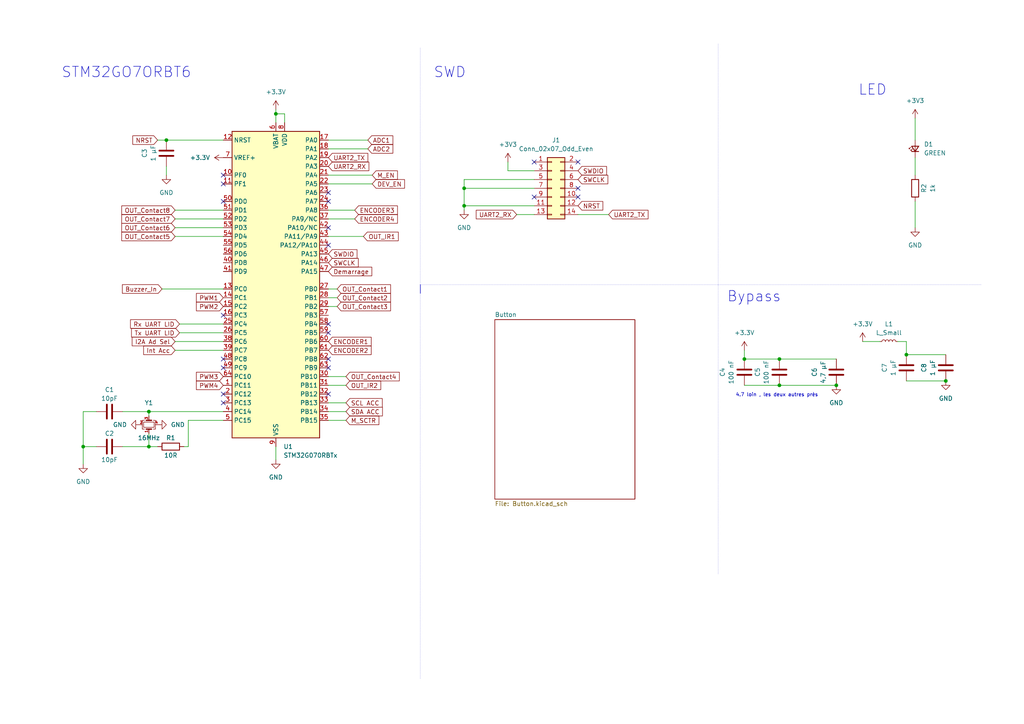
<source format=kicad_sch>
(kicad_sch (version 20230121) (generator eeschema)
  (paper "A4")
  (lib_symbols
    (symbol "+3.3V_1" (power) (pin_numbers hide) (pin_names (offset 0) hide)
      (property "Value" "+3.3V_1" (at 0 3.556 0))
      (symbol "+3.3V_1_0_1"
        (polyline (pts (xy -0.762 1.27) (xy 0 2.54)))
        (polyline (pts (xy 0 0) (xy 0 2.54)))
        (polyline (pts (xy 0 2.54) (xy 0.762 1.27)))
      )
      (symbol "+3.3V_1_1_1"
        (pin power_in line (at 0 0 90) (length 0) hide (name "+3V3") (number "1"))
      )
    )
    (symbol "Connector_Generic:Conn_02x07_Odd_Even" (pin_names (offset 1.016) hide)
      (property "Reference" "J" (at 1.27 10.16 0))
      (property "Value" "Conn_02x07_Odd_Even" (at 1.27 -10.16 0))
      (symbol "Conn_02x07_Odd_Even_1_1"
        (rectangle (start -1.27 -7.493) (end 0 -7.747) (stroke (width 0.1524)))
        (rectangle (start -1.27 -4.953) (end 0 -5.207) (stroke (width 0.1524)))
        (rectangle (start -1.27 -2.413) (end 0 -2.667) (stroke (width 0.1524)))
        (rectangle (start -1.27 0.127) (end 0 -0.127) (stroke (width 0.1524)))
        (rectangle (start -1.27 2.667) (end 0 2.413) (stroke (width 0.1524)))
        (rectangle (start -1.27 5.207) (end 0 4.953) (stroke (width 0.1524)))
        (rectangle (start -1.27 7.747) (end 0 7.493) (stroke (width 0.1524)))
        (rectangle (start -1.27 8.89) (end 3.81 -8.89) (stroke (width 0.254)) (fill (type background)))
        (rectangle (start 3.81 -7.493) (end 2.54 -7.747) (stroke (width 0.1524)))
        (rectangle (start 3.81 -4.953) (end 2.54 -5.207) (stroke (width 0.1524)))
        (rectangle (start 3.81 -2.413) (end 2.54 -2.667) (stroke (width 0.1524)))
        (rectangle (start 3.81 0.127) (end 2.54 -0.127) (stroke (width 0.1524)))
        (rectangle (start 3.81 2.667) (end 2.54 2.413) (stroke (width 0.1524)))
        (rectangle (start 3.81 5.207) (end 2.54 4.953) (stroke (width 0.1524)))
        (rectangle (start 3.81 7.747) (end 2.54 7.493) (stroke (width 0.1524)))
        (pin passive line (at -5.08 7.62 0) (length 3.81) (name "Pin_1") (number "1"))
        (pin passive line (at 7.62 -2.54 180) (length 3.81) (name "Pin_10") (number "10"))
        (pin passive line (at -5.08 -5.08 0) (length 3.81) (name "Pin_11") (number "11"))
        (pin passive line (at 7.62 -5.08 180) (length 3.81) (name "Pin_12") (number "12"))
        (pin passive line (at -5.08 -7.62 0) (length 3.81) (name "Pin_13") (number "13"))
        (pin passive line (at 7.62 -7.62 180) (length 3.81) (name "Pin_14") (number "14"))
        (pin passive line (at 7.62 7.62 180) (length 3.81) (name "Pin_2") (number "2"))
        (pin passive line (at -5.08 5.08 0) (length 3.81) (name "Pin_3") (number "3"))
        (pin passive line (at 7.62 5.08 180) (length 3.81) (name "Pin_4") (number "4"))
        (pin passive line (at -5.08 2.54 0) (length 3.81) (name "Pin_5") (number "5"))
        (pin passive line (at 7.62 2.54 180) (length 3.81) (name "Pin_6") (number "6"))
        (pin passive line (at -5.08 0 0) (length 3.81) (name "Pin_7") (number "7"))
        (pin passive line (at 7.62 0 180) (length 3.81) (name "Pin_8") (number "8"))
        (pin passive line (at -5.08 -2.54 0) (length 3.81) (name "Pin_9") (number "9"))
      )
    )
    (symbol "Device:C" (pin_numbers hide) (pin_names (offset 0.254))
      (property "Reference" "C" (at 0.635 2.54 0))
      (property "Value" "C" (at 0.635 -2.54 0))
      (symbol "C_0_1"
        (polyline (pts (xy -2.032 -0.762) (xy 2.032 -0.762)) (stroke (width 0.508)))
        (polyline (pts (xy -2.032 0.762) (xy 2.032 0.762)) (stroke (width 0.508)))
      )
      (symbol "C_1_1"
        (pin passive line (at 0 3.81 270) (length 2.794) (name "~") (number "1"))
        (pin passive line (at 0 -3.81 90) (length 2.794) (name "~") (number "2"))
      )
    )
    (symbol "Device:Crystal_GND24_Small" (pin_names (offset 1.016) hide)
      (property "Reference" "Y" (at 1.27 4.445 0))
      (property "Value" "Crystal_GND24_Small" (at 1.27 2.54 0))
      (symbol "Crystal_GND24_Small_0_1"
        (rectangle (start -0.762 -1.524) (end 0.762 1.524))
        (polyline (pts (xy -1.27 -0.762) (xy -1.27 0.762)) (stroke (width 0.381)))
        (polyline (pts (xy 1.27 -0.762) (xy 1.27 0.762)) (stroke (width 0.381)))
        (polyline (pts (xy -1.27 -1.27) (xy -1.27 -1.905) (xy 1.27 -1.905) (xy 1.27 -1.27)))
        (polyline (pts (xy -1.27 1.27) (xy -1.27 1.905) (xy 1.27 1.905) (xy 1.27 1.27)))
      )
      (symbol "Crystal_GND24_Small_1_1"
        (pin passive line (at -2.54 0 0) (length 1.27) (name "1") (number "1"))
        (pin passive line (at 0 -2.54 90) (length 0.635) (name "2") (number "2"))
        (pin passive line (at 2.54 0 180) (length 1.27) (name "3") (number "3"))
        (pin passive line (at 0 2.54 270) (length 0.635) (name "4") (number "4"))
      )
    )
    (symbol "Device:LED_Small" (pin_numbers hide) (pin_names (offset 0.254) hide)
      (property "Reference" "D" (at -1.27 3.175 0))
      (property "Value" "LED_Small" (at -4.445 -2.54 0))
      (symbol "LED_Small_0_1"
        (polyline (pts (xy -0.762 -1.016) (xy -0.762 1.016)) (stroke (width 0.254)))
        (polyline (pts (xy 1.016 0) (xy -0.762 0)))
        (polyline (pts (xy 0.762 -1.016) (xy -0.762 0) (xy 0.762 1.016) (xy 0.762 -1.016)) (stroke (width 0.254)))
        (polyline (pts (xy 0 0.762) (xy -0.508 1.27) (xy -0.254 1.27) (xy -0.508 1.27) (xy -0.508 1.016)))
        (polyline (pts (xy 0.508 1.27) (xy 0 1.778) (xy 0.254 1.778) (xy 0 1.778) (xy 0 1.524)))
      )
      (symbol "LED_Small_1_1"
        (pin passive line (at -2.54 0 0) (length 1.778) (name "K") (number "1"))
        (pin passive line (at 2.54 0 180) (length 1.778) (name "A") (number "2"))
      )
    )
    (symbol "Device:L_Small" (pin_numbers hide) (pin_names (offset 0.254) hide)
      (property "Reference" "L" (at 0.762 1.016 0))
      (property "Value" "L_Small" (at 0.762 -1.016 0))
      (symbol "L_Small_0_1"
        (arc (start 0 -2.032) (mid 0.5058 -1.524) (end 0 -1.016))
        (arc (start 0 -1.016) (mid 0.5058 -0.508) (end 0 0))
        (arc (start 0 0) (mid 0.5058 0.508) (end 0 1.016))
        (arc (start 0 1.016) (mid 0.5058 1.524) (end 0 2.032))
      )
      (symbol "L_Small_1_1"
        (pin passive line (at 0 2.54 270) (length 0.508) (name "~") (number "1"))
        (pin passive line (at 0 -2.54 90) (length 0.508) (name "~") (number "2"))
      )
    )
    (symbol "Device:R" (pin_numbers hide) (pin_names (offset 0))
      (property "Reference" "R" (at 2.032 0 90))
      (property "Value" "R" (at 0 0 90))
      (symbol "R_0_1"
        (rectangle (start -1.016 -2.54) (end 1.016 2.54) (stroke (width 0.254)))
      )
      (symbol "R_1_1"
        (pin passive line (at 0 3.81 270) (length 1.27) (name "~") (number "1"))
        (pin passive line (at 0 -3.81 90) (length 1.27) (name "~") (number "2"))
      )
    )
    (symbol "GND_2" (power) (pin_numbers hide) (pin_names (offset 0) hide)
      (property "Value" "GND_2" (at 0 -3.81 0))
      (symbol "GND_2_0_1"
        (polyline (pts (xy 0 0) (xy 0 -1.27) (xy 1.27 -1.27) (xy 0 -2.54) (xy -1.27 -1.27) (xy 0 -1.27)))
      )
      (symbol "GND_2_1_1"
        (pin power_in line (at 0 0 270) (length 0) hide (name "GND") (number "1"))
      )
    )
    (symbol "MCU_ST_STM32G0:STM32G070RBTx"
      (property "Reference" "U" (at -12.7 46.99 0))
      (property "Value" "STM32G070RBTx" (at 5.08 46.99 0))
      (symbol "STM32G070RBTx_0_1"
        (rectangle (start -12.7 -43.18) (end 12.7 45.72) (stroke (width 0.254)) (fill (type background)))
      )
      (symbol "STM32G070RBTx_1_1"
        (pin bidirectional line (at -15.24 -27.94 0) (length 2.54) (name "PC11") (number "1"))
        (pin bidirectional line (at -15.24 33.02 0) (length 2.54) (name "PF0") (number "10"))
        (pin bidirectional line (at -15.24 30.48 0) (length 2.54) (name "PF1") (number "11"))
        (pin input line (at -15.24 43.18 0) (length 2.54) (name "NRST") (number "12"))
        (pin bidirectional line (at -15.24 0 0) (length 2.54) (name "PC0") (number "13"))
        (pin bidirectional line (at -15.24 -2.54 0) (length 2.54) (name "PC1") (number "14"))
        (pin bidirectional line (at -15.24 -5.08 0) (length 2.54) (name "PC2") (number "15"))
        (pin bidirectional line (at -15.24 -7.62 0) (length 2.54) (name "PC3") (number "16"))
        (pin bidirectional line (at 15.24 43.18 180) (length 2.54) (name "PA0") (number "17"))
        (pin bidirectional line (at 15.24 40.64 180) (length 2.54) (name "PA1") (number "18"))
        (pin bidirectional line (at 15.24 38.1 180) (length 2.54) (name "PA2") (number "19"))
        (pin bidirectional line (at -15.24 -30.48 0) (length 2.54) (name "PC12") (number "2"))
        (pin bidirectional line (at 15.24 35.56 180) (length 2.54) (name "PA3") (number "20"))
        (pin bidirectional line (at 15.24 33.02 180) (length 2.54) (name "PA4") (number "21"))
        (pin bidirectional line (at 15.24 30.48 180) (length 2.54) (name "PA5") (number "22"))
        (pin bidirectional line (at 15.24 27.94 180) (length 2.54) (name "PA6") (number "23"))
        (pin bidirectional line (at 15.24 25.4 180) (length 2.54) (name "PA7") (number "24"))
        (pin bidirectional line (at -15.24 -10.16 0) (length 2.54) (name "PC4") (number "25"))
        (pin bidirectional line (at -15.24 -12.7 0) (length 2.54) (name "PC5") (number "26"))
        (pin bidirectional line (at 15.24 0 180) (length 2.54) (name "PB0") (number "27"))
        (pin bidirectional line (at 15.24 -2.54 180) (length 2.54) (name "PB1") (number "28"))
        (pin bidirectional line (at 15.24 -5.08 180) (length 2.54) (name "PB2") (number "29"))
        (pin bidirectional line (at -15.24 -33.02 0) (length 2.54) (name "PC13") (number "3"))
        (pin bidirectional line (at 15.24 -25.4 180) (length 2.54) (name "PB10") (number "30"))
        (pin bidirectional line (at 15.24 -27.94 180) (length 2.54) (name "PB11") (number "31"))
        (pin bidirectional line (at 15.24 -30.48 180) (length 2.54) (name "PB12") (number "32"))
        (pin bidirectional line (at 15.24 -33.02 180) (length 2.54) (name "PB13") (number "33"))
        (pin bidirectional line (at 15.24 -35.56 180) (length 2.54) (name "PB14") (number "34"))
        (pin bidirectional line (at 15.24 -38.1 180) (length 2.54) (name "PB15") (number "35"))
        (pin bidirectional line (at 15.24 22.86 180) (length 2.54) (name "PA8") (number "36"))
        (pin bidirectional line (at 15.24 20.32 180) (length 2.54) (name "PA9/NC") (number "37"))
        (pin bidirectional line (at -15.24 -15.24 0) (length 2.54) (name "PC6") (number "38"))
        (pin bidirectional line (at -15.24 -17.78 0) (length 2.54) (name "PC7") (number "39"))
        (pin bidirectional line (at -15.24 -35.56 0) (length 2.54) (name "PC14") (number "4"))
        (pin bidirectional line (at -15.24 7.62 0) (length 2.54) (name "PD8") (number "40"))
        (pin bidirectional line (at -15.24 5.08 0) (length 2.54) (name "PD9") (number "41"))
        (pin bidirectional line (at 15.24 17.78 180) (length 2.54) (name "PA10/NC") (number "42"))
        (pin bidirectional line (at 15.24 15.24 180) (length 2.54) (name "PA11/PA9") (number "43"))
        (pin bidirectional line (at 15.24 12.7 180) (length 2.54) (name "PA12/PA10") (number "44"))
        (pin bidirectional line (at 15.24 10.16 180) (length 2.54) (name "PA13") (number "45"))
        (pin bidirectional line (at 15.24 7.62 180) (length 2.54) (name "PA14") (number "46"))
        (pin bidirectional line (at 15.24 5.08 180) (length 2.54) (name "PA15") (number "47"))
        (pin bidirectional line (at -15.24 -20.32 0) (length 2.54) (name "PC8") (number "48"))
        (pin bidirectional line (at -15.24 -22.86 0) (length 2.54) (name "PC9") (number "49"))
        (pin bidirectional line (at -15.24 -38.1 0) (length 2.54) (name "PC15") (number "5"))
        (pin bidirectional line (at -15.24 25.4 0) (length 2.54) (name "PD0") (number "50"))
        (pin bidirectional line (at -15.24 22.86 0) (length 2.54) (name "PD1") (number "51"))
        (pin bidirectional line (at -15.24 20.32 0) (length 2.54) (name "PD2") (number "52"))
        (pin bidirectional line (at -15.24 17.78 0) (length 2.54) (name "PD3") (number "53"))
        (pin bidirectional line (at -15.24 15.24 0) (length 2.54) (name "PD4") (number "54"))
        (pin bidirectional line (at -15.24 12.7 0) (length 2.54) (name "PD5") (number "55"))
        (pin bidirectional line (at -15.24 10.16 0) (length 2.54) (name "PD6") (number "56"))
        (pin bidirectional line (at 15.24 -7.62 180) (length 2.54) (name "PB3") (number "57"))
        (pin bidirectional line (at 15.24 -10.16 180) (length 2.54) (name "PB4") (number "58"))
        (pin bidirectional line (at 15.24 -12.7 180) (length 2.54) (name "PB5") (number "59"))
        (pin power_in line (at 0 48.26 270) (length 2.54) (name "VBAT") (number "6"))
        (pin bidirectional line (at 15.24 -15.24 180) (length 2.54) (name "PB6") (number "60"))
        (pin bidirectional line (at 15.24 -17.78 180) (length 2.54) (name "PB7") (number "61"))
        (pin bidirectional line (at 15.24 -20.32 180) (length 2.54) (name "PB8") (number "62"))
        (pin bidirectional line (at 15.24 -22.86 180) (length 2.54) (name "PB9") (number "63"))
        (pin bidirectional line (at -15.24 -25.4 0) (length 2.54) (name "PC10") (number "64"))
        (pin input line (at -15.24 38.1 0) (length 2.54) (name "VREF+") (number "7"))
        (pin power_in line (at 2.54 48.26 270) (length 2.54) (name "VDD") (number "8"))
        (pin power_in line (at 0 -45.72 90) (length 2.54) (name "VSS") (number "9"))
      )
    )
    (symbol "power:+3.3V" (power) (pin_names (offset 0))
      (property "Value" "+3.3V" (at 0 3.556 0))
      (symbol "+3.3V_0_1"
        (polyline (pts (xy -0.762 1.27) (xy 0 2.54)))
        (polyline (pts (xy 0 0) (xy 0 2.54)))
        (polyline (pts (xy 0 2.54) (xy 0.762 1.27)))
      )
      (symbol "+3.3V_1_1"
        (pin power_in line (at 0 0 90) (length 0) hide (name "+3.3V") (number "1"))
      )
    )
    (symbol "power:GND" (power) (pin_numbers hide) (pin_names (offset 0) hide)
      (property "Value" "GND" (at 0 -3.81 0))
      (symbol "GND_0_1"
        (polyline (pts (xy 0 0) (xy 0 -1.27) (xy 1.27 -1.27) (xy 0 -2.54) (xy -1.27 -1.27) (xy 0 -1.27)))
      )
      (symbol "GND_1_1"
        (pin power_in line (at 0 0 270) (length 0) hide (name "GND") (number "1"))
      )
    )
  )
  (junction (at 134.62 59.69))
  (junction (at 134.62 54.61))
  (junction (at 24.13 129.54))
  (junction (at 43.18 119.38))
  (junction (at 48.26 40.64))
  (junction (at 226.06 104.14))
  (junction (at 215.9 104.14))
  (junction (at 242.57 111.76))
  (junction (at 274.32 110.49))
  (junction (at 262.89 102.87))
  (junction (at 80.01 33.02))
  (junction (at 43.18 129.54))
  (junction (at 226.06 111.76))
  (no_connect (at 95.25 58.42))
  (no_connect (at 154.94 57.15))
  (no_connect (at 64.77 50.8))
  (no_connect (at 95.25 66.04))
  (no_connect (at 64.77 58.42))
  (no_connect (at 95.25 93.98))
  (no_connect (at 154.94 46.99))
  (no_connect (at 167.64 54.61))
  (no_connect (at 95.25 114.3))
  (no_connect (at 95.25 106.68))
  (no_connect (at 64.77 104.14))
  (no_connect (at 95.25 104.14))
  (no_connect (at 64.77 106.68))
  (no_connect (at 167.64 46.99))
  (no_connect (at 95.25 96.52))
  (no_connect (at 64.77 116.84))
  (no_connect (at 64.77 91.44))
  (no_connect (at 64.77 114.3))
  (no_connect (at 64.77 53.34))
  (no_connect (at 95.25 55.88))
  (no_connect (at 95.25 71.12))
  (no_connect (at 167.64 57.15))
  (wire (pts (xy 265.43 45.72) (xy 265.43 50.8)))
  (wire (pts (xy 45.72 40.64) (xy 48.26 40.64)))
  (wire (pts (xy 50.8 99.06) (xy 64.77 99.06)))
  (wire (pts (xy 43.18 120.65) (xy 43.18 119.38)))
  (polyline (pts (xy 121.92 13.97) (xy 121.92 196.85)) (stroke (width 0.1) (type dot)))
  (wire (pts (xy 64.77 121.92) (xy 54.61 121.92)))
  (wire (pts (xy 134.62 54.61) (xy 134.62 52.07)))
  (wire (pts (xy 250.19 99.06) (xy 255.27 99.06)))
  (wire (pts (xy 167.64 62.23) (xy 176.53 62.23)))
  (wire (pts (xy 50.8 60.96) (xy 64.77 60.96)))
  (wire (pts (xy 48.26 50.8) (xy 48.26 48.26)))
  (polyline (pts (xy 208.28 82.55) (xy 208.28 12.7)) (stroke (width 0.1) (type dot)))
  (wire (pts (xy 43.18 119.38) (xy 35.56 119.38)))
  (polyline (pts (xy 121.92 82.55) (xy 121.92 85.09)))
  (wire (pts (xy 95.25 86.36) (xy 97.79 86.36)))
  (wire (pts (xy 43.18 129.54) (xy 35.56 129.54)))
  (wire (pts (xy 215.9 101.6) (xy 215.9 104.14)))
  (wire (pts (xy 265.43 34.29) (xy 265.43 40.64)))
  (wire (pts (xy 95.25 50.8) (xy 107.95 50.8)))
  (wire (pts (xy 95.25 43.18) (xy 106.68 43.18)))
  (wire (pts (xy 149.86 62.23) (xy 154.94 62.23)))
  (wire (pts (xy 52.07 93.98) (xy 64.77 93.98)))
  (wire (pts (xy 95.25 111.76) (xy 100.33 111.76)))
  (wire (pts (xy 95.25 109.22) (xy 100.33 109.22)))
  (wire (pts (xy 64.77 119.38) (xy 43.18 119.38)))
  (wire (pts (xy 134.62 60.96) (xy 134.62 59.69)))
  (wire (pts (xy 50.8 101.6) (xy 64.77 101.6)))
  (wire (pts (xy 24.13 129.54) (xy 24.13 134.62)))
  (wire (pts (xy 100.33 119.38) (xy 95.25 119.38)))
  (wire (pts (xy 95.25 53.34) (xy 107.95 53.34)))
  (wire (pts (xy 154.94 49.53) (xy 147.32 49.53)))
  (wire (pts (xy 134.62 59.69) (xy 134.62 54.61)))
  (wire (pts (xy 45.72 129.54) (xy 43.18 129.54)))
  (polyline (pts (xy 208.28 166.37) (xy 208.28 82.55)) (stroke (width 0.1) (type dot)))
  (wire (pts (xy 54.61 129.54) (xy 54.61 121.92)))
  (wire (pts (xy 95.25 68.58) (xy 105.41 68.58)))
  (wire (pts (xy 262.89 110.49) (xy 274.32 110.49)))
  (wire (pts (xy 260.35 99.06) (xy 262.89 99.06)))
  (wire (pts (xy 27.94 119.38) (xy 24.13 119.38)))
  (wire (pts (xy 134.62 54.61) (xy 154.94 54.61)))
  (wire (pts (xy 80.01 133.35) (xy 80.01 129.54)))
  (wire (pts (xy 134.62 59.69) (xy 154.94 59.69)))
  (wire (pts (xy 46.99 83.82) (xy 64.77 83.82)))
  (wire (pts (xy 95.25 83.82) (xy 97.79 83.82)))
  (wire (pts (xy 215.9 111.76) (xy 226.06 111.76)))
  (wire (pts (xy 43.18 125.73) (xy 43.18 129.54)))
  (wire (pts (xy 226.06 104.14) (xy 242.57 104.14)))
  (wire (pts (xy 95.25 40.64) (xy 106.68 40.64)))
  (wire (pts (xy 147.32 49.53) (xy 147.32 46.99)))
  (wire (pts (xy 265.43 58.42) (xy 265.43 66.04)))
  (wire (pts (xy 50.8 68.58) (xy 64.77 68.58)))
  (wire (pts (xy 215.9 104.14) (xy 226.06 104.14)))
  (wire (pts (xy 24.13 119.38) (xy 24.13 129.54)))
  (wire (pts (xy 82.55 35.56) (xy 82.55 33.02)))
  (wire (pts (xy 134.62 52.07) (xy 154.94 52.07)))
  (wire (pts (xy 80.01 33.02) (xy 80.01 35.56)))
  (wire (pts (xy 54.61 129.54) (xy 53.34 129.54)))
  (wire (pts (xy 262.89 99.06) (xy 262.89 102.87)))
  (wire (pts (xy 95.25 60.96) (xy 102.87 60.96)))
  (wire (pts (xy 100.33 116.84) (xy 95.25 116.84)))
  (wire (pts (xy 48.26 40.64) (xy 64.77 40.64)))
  (wire (pts (xy 82.55 33.02) (xy 80.01 33.02)))
  (wire (pts (xy 52.07 96.52) (xy 64.77 96.52)))
  (wire (pts (xy 80.01 31.75) (xy 80.01 33.02)))
  (wire (pts (xy 95.25 63.5) (xy 102.87 63.5)))
  (wire (pts (xy 50.8 63.5) (xy 64.77 63.5)))
  (wire (pts (xy 95.25 88.9) (xy 97.79 88.9)))
  (polyline (pts (xy 121.92 82.55) (xy 284.48 82.55)) (stroke (width 0.1) (type dot)))
  (wire (pts (xy 95.25 121.92) (xy 100.33 121.92)))
  (wire (pts (xy 226.06 111.76) (xy 242.57 111.76)))
  (wire (pts (xy 50.8 66.04) (xy 64.77 66.04)))
  (wire (pts (xy 262.89 102.87) (xy 274.32 102.87)))
  (wire (pts (xy 24.13 129.54) (xy 27.94 129.54)))
  (text "STM32GO7ORBT6\n" (at 17.78 22.86 0) (effects (font (size 3 3)) (justify left bottom)))
  (text "Bypass\n\n" (at 210.82 92.71 0) (effects (font (size 3 3)) (justify left bottom)))
  (text "LED\n" (at 248.92 27.94 0) (effects (font (size 3 3)) (justify left bottom)))
  (text "SWD\n" (at 125.73 22.86 0) (effects (font (size 3 3)) (justify left bottom)))
  (text "4.7 loin , les deux autres près\n\n" (at 213.36 116.84 0) (effects (font (size 1 1)) (justify left bottom)))
  (global_label "OUT_Contact8" (shape input) (at 50.8 60.96 180) (property "Intersheetrefs" "${INTERSHEET_REFS}" (effects hide)))
  (global_label "OUT_Contact1" (shape input) (at 97.79 83.82 0) (property "Intersheetrefs" "${INTERSHEET_REFS}" (effects hide)))
  (global_label "OUT_Contact5" (shape input) (at 50.8 68.58 180) (property "Intersheetrefs" "${INTERSHEET_REFS}" (effects hide)))
  (global_label "UART2_TX" (shape input) (at 95.25 45.72 0) (property "Intersheetrefs" "${INTERSHEET_REFS}" (effects hide)))
  (global_label "SWDIO" (shape input) (at 167.64 49.53 0) (property "Intersheetrefs" "${INTERSHEET_REFS}" (effects hide)))
  (global_label "UART2_RX" (shape input) (at 95.25 48.26 0) (property "Intersheetrefs" "${INTERSHEET_REFS}" (effects hide)))
  (global_label "SWCLK" (shape input) (at 95.25 76.2 0) (property "Intersheetrefs" "${INTERSHEET_REFS}" (effects hide)))
  (global_label "ADC2" (shape input) (at 106.68 43.18 0) (property "Intersheetrefs" "${INTERSHEET_REFS}" (effects hide)))
  (global_label "ADC1" (shape input) (at 106.68 40.64 0) (property "Intersheetrefs" "${INTERSHEET_REFS}" (effects hide)))
  (global_label "OUT_IR1" (shape input) (at 105.41 68.58 0) (property "Intersheetrefs" "${INTERSHEET_REFS}" (effects hide)))
  (global_label "PWM2" (shape input) (at 64.77 88.9 180) (property "Intersheetrefs" "${INTERSHEET_REFS}" (effects hide)))
  (global_label "NRST" (shape input) (at 45.72 40.64 180) (property "Intersheetrefs" "${INTERSHEET_REFS}" (effects hide)))
  (global_label "ENCODER2" (shape input) (at 95.25 101.6 0) (property "Intersheetrefs" "${INTERSHEET_REFS}" (effects hide)))
  (global_label "ENCODER1" (shape input) (at 95.25 99.06 0) (property "Intersheetrefs" "${INTERSHEET_REFS}" (effects hide)))
  (global_label "UART2_TX" (shape input) (at 176.53 62.23 0) (property "Intersheetrefs" "${INTERSHEET_REFS}" (effects hide)))
  (global_label "Tx UART LID" (shape input) (at 52.07 96.52 180) (property "Intersheetrefs" "${INTERSHEET_REFS}" (effects hide)))
  (global_label "ENCODER4" (shape input) (at 102.87 63.5 0) (property "Intersheetrefs" "${INTERSHEET_REFS}" (effects hide)))
  (global_label "Int Acc" (shape input) (at 50.8 101.6 180) (property "Intersheetrefs" "${INTERSHEET_REFS}" (effects hide)))
  (global_label "PWM3" (shape input) (at 64.77 109.22 180) (property "Intersheetrefs" "${INTERSHEET_REFS}" (effects hide)))
  (global_label "Demarrage" (shape input) (at 95.25 78.74 0) (property "Intersheetrefs" "${INTERSHEET_REFS}" (effects hide)))
  (global_label "OUT_Contact4" (shape input) (at 100.33 109.22 0) (property "Intersheetrefs" "${INTERSHEET_REFS}" (effects hide)))
  (global_label "OUT_Contact7" (shape input) (at 50.8 63.5 180) (property "Intersheetrefs" "${INTERSHEET_REFS}" (effects hide)))
  (global_label "SWCLK" (shape input) (at 167.64 52.07 0) (property "Intersheetrefs" "${INTERSHEET_REFS}" (effects hide)))
  (global_label "SDA ACC" (shape input) (at 100.33 119.38 0) (property "Intersheetrefs" "${INTERSHEET_REFS}" (effects hide)))
  (global_label "ENCODER3" (shape input) (at 102.87 60.96 0) (property "Intersheetrefs" "${INTERSHEET_REFS}" (effects hide)))
  (global_label "OUT_Contact3" (shape input) (at 97.79 88.9 0) (property "Intersheetrefs" "${INTERSHEET_REFS}" (effects hide)))
  (global_label "NRST" (shape input) (at 167.64 59.69 0) (property "Intersheetrefs" "${INTERSHEET_REFS}" (effects hide)))
  (global_label "Buzzer_In" (shape input) (at 46.99 83.82 180) (property "Intersheetrefs" "${INTERSHEET_REFS}" (effects hide)))
  (global_label "OUT_Contact2" (shape input) (at 97.79 86.36 0) (property "Intersheetrefs" "${INTERSHEET_REFS}" (effects hide)))
  (global_label "Rx UART LID" (shape input) (at 52.07 93.98 180) (property "Intersheetrefs" "${INTERSHEET_REFS}" (effects hide)))
  (global_label "PWM1" (shape input) (at 64.77 86.36 180) (property "Intersheetrefs" "${INTERSHEET_REFS}" (effects hide)))
  (global_label "PWM4" (shape input) (at 64.77 111.76 180) (property "Intersheetrefs" "${INTERSHEET_REFS}" (effects hide)))
  (global_label "M_SCTR" (shape input) (at 100.33 121.92 0) (property "Intersheetrefs" "${INTERSHEET_REFS}" (effects hide)))
  (global_label "UART2_RX" (shape input) (at 149.86 62.23 180) (property "Intersheetrefs" "${INTERSHEET_REFS}" (effects hide)))
  (global_label "OUT_IR2" (shape input) (at 100.33 111.76 0) (property "Intersheetrefs" "${INTERSHEET_REFS}" (effects hide)))
  (global_label "OUT_Contact6" (shape input) (at 50.8 66.04 180) (property "Intersheetrefs" "${INTERSHEET_REFS}" (effects hide)))
  (global_label "SWDIO" (shape input) (at 95.25 73.66 0) (property "Intersheetrefs" "${INTERSHEET_REFS}" (effects hide)))
  (global_label "I2A Ad Sel" (shape input) (at 50.8 99.06 180) (property "Intersheetrefs" "${INTERSHEET_REFS}" (effects hide)))
  (global_label "SCL ACC" (shape input) (at 100.33 116.84 0) (property "Intersheetrefs" "${INTERSHEET_REFS}" (effects hide)))
  (global_label "DEV_EN" (shape input) (at 107.95 53.34 0) (property "Intersheetrefs" "${INTERSHEET_REFS}" (effects hide)))
  (global_label "M_EN" (shape input) (at 107.95 50.8 0) (property "Intersheetrefs" "${INTERSHEET_REFS}" (effects hide)))
  (symbol (lib_id "MCU_ST_STM32G0:STM32G070RBTx") (at 80.01 83.82 0) (unit 1)
    (property "Reference" "U1" (at 82.2041 129.54 0) (effects (justify left)))
    (property "Value" "STM32G070RBTx" (at 82.2041 132.08 0) (effects (justify left)))
    (property "Footprint" "Package_QFP:LQFP-64_10x10mm_P0.5mm" (effects hide))
    (property "Datasheet" "https://www.st.com/resource/en/datasheet/stm32g070rb.pdf" (effects hide))
    (instances (project "Alimentation" (path "" (reference "U1") (unit 1))) (project "Microp_project_chat" (path "" (reference "U?") (unit 1))))
  )
  (symbol (lib_id "power:+3.3V") (at 215.9 101.6 0) (unit 1)
    (property "Reference" "#PWR010" (effects hide))
    (property "Value" "+3.3V" (at 215.9 96.52 0))
    (instances (project "Alimentation" (path "" (reference "#PWR010") (unit 1))) (project "Microp_project_chat" (path "" (reference "#PWR?") (unit 1))))
  )
  (symbol (lib_id "Device:LED_Small") (at 265.43 43.18 90) (unit 1)
    (property "Reference" "D1" (at 267.97 41.8465 90) (effects (justify right)))
    (property "Value" "GREEN" (at 267.97 44.3865 90) (effects (justify right)))
    (property "Footprint" "LED_SMD:LED_0603_1608Metric_Pad1.05x0.95mm_HandSolder" (effects hide))
    (instances (project "Alimentation" (path "" (reference "D1") (unit 1))) (project "tuto_usb-c" (path "" (reference "D?") (unit 1))) (project "Microp_project_chat" (path "" (reference "D?") (unit 1))))
  )
  (symbol (lib_id "Device:C") (at 242.57 107.95 0) (mirror x) (unit 1)
    (property "Reference" "C6" (at 236.22 107.95 90))
    (property "Value" "4,7 µF" (at 238.76 107.95 90))
    (property "Footprint" "Capacitor_SMD:C_0603_1608Metric_Pad1.08x0.95mm_HandSolder" (effects hide))
    (instances (project "Alimentation" (path "" (reference "C6") (unit 1))) (project "Microp_project_chat" (path "" (reference "C?") (unit 1)) (path "" (reference "C?") (unit 1))))
  )
  (symbol (lib_id "power:GND") (at 80.01 133.35 0) (mirror y) (unit 1)
    (property "Reference" "#PWR07" (effects hide))
    (property "Value" "GND" (at 80.01 138.43 0))
    (instances (project "Alimentation" (path "" (reference "#PWR07") (unit 1))) (project "Microp_project_chat" (path "" (reference "#PWR?") (unit 1)) (path "" (reference "#PWR?") (unit 1))))
  )
  (symbol (lib_id "power:GND") (at 24.13 134.62 0) (mirror y) (unit 1)
    (property "Reference" "#PWR01" (effects hide))
    (property "Value" "GND" (at 24.13 139.7 0))
    (instances (project "Alimentation" (path "" (reference "#PWR01") (unit 1))) (project "Microp_project_chat" (path "" (reference "#PWR?") (unit 1)) (path "" (reference "#PWR?") (unit 1))))
  )
  (symbol (lib_name "GND_2") (lib_id "power:GND") (at 274.32 110.49 0) (unit 1)
    (property "Reference" "#PWR015" (effects hide))
    (property "Value" "GND" (at 274.32 115.57 0))
    (instances (project "Alimentation" (path "" (reference "#PWR015") (unit 1))) (project "tuto_usb-c" (path "" (reference "#PWR?") (unit 1))) (project "Microp_project_chat" (path "" (reference "#PWR?") (unit 1))))
  )
  (symbol (lib_name "GND_2") (lib_id "power:GND") (at 265.43 66.04 0) (unit 1)
    (property "Reference" "#PWR014" (effects hide))
    (property "Value" "GND" (at 265.43 71.12 0))
    (instances (project "Alimentation" (path "" (reference "#PWR014") (unit 1))) (project "tuto_usb-c" (path "" (reference "#PWR?") (unit 1))) (project "Microp_project_chat" (path "" (reference "#PWR?") (unit 1))))
  )
  (symbol (lib_name "+3.3V_1") (lib_id "power:+3.3V") (at 147.32 46.99 0) (unit 1)
    (property "Reference" "#PWR09" (effects hide))
    (property "Value" "+3.3V" (at 147.32 41.91 0))
    (instances (project "Alimentation" (path "" (reference "#PWR09") (unit 1))) (project "tuto_usb-c" (path "" (reference "#PWR?") (unit 1))) (project "Microp_project_chat" (path "" (reference "#PWR?") (unit 1))))
  )
  (symbol (lib_id "power:GND") (at 40.64 123.19 270) (mirror x) (unit 1)
    (property "Reference" "#PWR02" (effects hide))
    (property "Value" "GND" (at 36.83 123.19 90) (effects (justify right)))
    (instances (project "Alimentation" (path "" (reference "#PWR02") (unit 1))) (project "Microp_project_chat" (path "" (reference "#PWR?") (unit 1)) (path "" (reference "#PWR?") (unit 1))))
  )
  (symbol (lib_name "GND_2") (lib_id "power:GND") (at 242.57 111.76 0) (unit 1)
    (property "Reference" "#PWR011" (effects hide))
    (property "Value" "GND" (at 242.57 116.84 0))
    (instances (project "Alimentation" (path "" (reference "#PWR011") (unit 1))) (project "tuto_usb-c" (path "" (reference "#PWR?") (unit 1))) (project "Microp_project_chat" (path "" (reference "#PWR?") (unit 1))))
  )
  (symbol (lib_id "power:+3.3V") (at 250.19 99.06 0) (unit 1)
    (property "Reference" "#PWR012" (effects hide))
    (property "Value" "+3.3V" (at 250.19 93.98 0))
    (instances (project "Alimentation" (path "" (reference "#PWR012") (unit 1))) (project "Microp_project_chat" (path "" (reference "#PWR?") (unit 1))))
  )
  (symbol (lib_id "power:GND") (at 48.26 50.8 0) (mirror y) (unit 1)
    (property "Reference" "#PWR04" (effects hide))
    (property "Value" "GND" (at 48.26 55.88 0))
    (instances (project "Alimentation" (path "" (reference "#PWR04") (unit 1))) (project "Microp_project_chat" (path "" (reference "#PWR?") (unit 1)) (path "" (reference "#PWR?") (unit 1))))
  )
  (symbol (lib_id "power:+3.3V") (at 80.01 31.75 0) (unit 1)
    (property "Reference" "#PWR06" (effects hide))
    (property "Value" "+3.3V" (at 80.01 26.67 0))
    (instances (project "Alimentation" (path "" (reference "#PWR06") (unit 1))) (project "Microp_project_chat" (path "" (reference "#PWR?") (unit 1))))
  )
  (symbol (lib_id "Device:C") (at 215.9 107.95 0) (mirror x) (unit 1)
    (property "Reference" "C4" (at 209.55 107.95 90))
    (property "Value" "100 nF" (at 212.09 107.95 90))
    (property "Footprint" "Capacitor_SMD:C_0603_1608Metric_Pad1.08x0.95mm_HandSolder" (effects hide))
    (instances (project "Alimentation" (path "" (reference "C4") (unit 1))) (project "Microp_project_chat" (path "" (reference "C?") (unit 1)) (path "" (reference "C?") (unit 1))))
  )
  (symbol (lib_name "GND_2") (lib_id "power:GND") (at 134.62 60.96 0) (unit 1)
    (property "Reference" "#PWR08" (effects hide))
    (property "Value" "GND" (at 134.62 66.04 0))
    (instances (project "Alimentation" (path "" (reference "#PWR08") (unit 1))) (project "tuto_usb-c" (path "" (reference "#PWR?") (unit 1))) (project "Microp_project_chat" (path "" (reference "#PWR?") (unit 1))))
  )
  (symbol (lib_id "Device:C") (at 226.06 107.95 0) (mirror x) (unit 1)
    (property "Reference" "C5" (at 219.71 107.95 90))
    (property "Value" "100 nF" (at 222.25 107.95 90))
    (property "Footprint" "Capacitor_SMD:C_0603_1608Metric_Pad1.08x0.95mm_HandSolder" (effects hide))
    (instances (project "Alimentation" (path "" (reference "C5") (unit 1))) (project "Microp_project_chat" (path "" (reference "C?") (unit 1)) (path "" (reference "C?") (unit 1))))
  )
  (symbol (lib_id "Device:C") (at 31.75 129.54 90) (mirror x) (unit 1)
    (property "Reference" "C2" (at 31.75 125.73 90))
    (property "Value" "10pF" (at 31.75 133.35 90))
    (property "Footprint" "Capacitor_SMD:C_0603_1608Metric_Pad1.08x0.95mm_HandSolder" (effects hide))
    (instances (project "Alimentation" (path "" (reference "C2") (unit 1))) (project "Microp_project_chat" (path "" (reference "C?") (unit 1)) (path "" (reference "C?") (unit 1))))
  )
  (symbol (lib_id "Device:L_Small") (at 257.81 99.06 90) (unit 1)
    (property "Reference" "L1" (at 257.81 93.98 90))
    (property "Value" "L_Small" (at 257.81 96.52 90))
    (property "Footprint" "Inductor_SMD:L_0603_1608Metric_Pad1.05x0.95mm_HandSolder" (effects hide))
  )
  (symbol (lib_id "Device:C") (at 262.89 106.68 0) (mirror x) (unit 1)
    (property "Reference" "C7" (at 256.54 106.68 90))
    (property "Value" "1 µF" (at 259.08 106.68 90))
    (property "Footprint" "Capacitor_SMD:C_0603_1608Metric_Pad1.08x0.95mm_HandSolder" (effects hide))
    (instances (project "Alimentation" (path "" (reference "C7") (unit 1))) (project "Microp_project_chat" (path "" (reference "C?") (unit 1)) (path "" (reference "C?") (unit 1))))
  )
  (symbol (lib_name "+3.3V_1") (lib_id "power:+3.3V") (at 265.43 34.29 0) (unit 1)
    (property "Reference" "#PWR013" (effects hide))
    (property "Value" "+3.3V" (at 265.43 29.21 0))
    (instances (project "Alimentation" (path "" (reference "#PWR013") (unit 1))) (project "tuto_usb-c" (path "" (reference "#PWR?") (unit 1))) (project "Microp_project_chat" (path "" (reference "#PWR?") (unit 1))))
  )
  (symbol (lib_id "Device:R") (at 265.43 54.61 0) (unit 1)
    (property "Reference" "R2" (at 267.97 54.61 90))
    (property "Value" "1k" (at 270.51 54.61 90))
    (property "Footprint" "Resistor_SMD:R_0603_1608Metric_Pad0.98x0.95mm_HandSolder" (effects hide))
    (instances (project "Alimentation" (path "" (reference "R2") (unit 1))) (project "tuto_usb-c" (path "" (reference "R?") (unit 1))) (project "Microp_project_chat" (path "" (reference "R?") (unit 1))))
  )
  (symbol (lib_id "power:+3.3V") (at 64.77 45.72 90) (unit 1)
    (property "Reference" "#PWR05" (effects hide))
    (property "Value" "+3.3V" (at 60.96 45.72 90) (effects (justify left)))
    (instances (project "Alimentation" (path "" (reference "#PWR05") (unit 1))) (project "Microp_project_chat" (path "" (reference "#PWR?") (unit 1))))
  )
  (symbol (lib_id "Device:R") (at 49.53 129.54 270) (mirror x) (unit 1)
    (property "Reference" "R1" (at 49.53 127 90))
    (property "Value" "10R" (at 49.53 132.08 90))
    (property "Footprint" "Resistor_SMD:R_0603_1608Metric_Pad0.98x0.95mm_HandSolder" (effects hide))
    (instances (project "Alimentation" (path "" (reference "R1") (unit 1))) (project "Microp_project_chat" (path "" (reference "R?") (unit 1)) (path "" (reference "R?") (unit 1))))
  )
  (symbol (lib_id "Device:C") (at 274.32 106.68 0) (mirror x) (unit 1)
    (property "Reference" "C8" (at 267.97 106.68 90))
    (property "Value" "1 µF" (at 270.51 106.68 90))
    (property "Footprint" "Capacitor_SMD:C_0603_1608Metric_Pad1.08x0.95mm_HandSolder" (effects hide))
    (instances (project "Alimentation" (path "" (reference "C8") (unit 1))) (project "Microp_project_chat" (path "" (reference "C?") (unit 1)) (path "" (reference "C?") (unit 1))))
  )
  (symbol (lib_id "power:GND") (at 45.72 123.19 90) (mirror x) (unit 1)
    (property "Reference" "#PWR03" (effects hide))
    (property "Value" "GND" (at 49.53 123.19 90) (effects (justify right)))
    (instances (project "Alimentation" (path "" (reference "#PWR03") (unit 1))) (project "Microp_project_chat" (path "" (reference "#PWR?") (unit 1)) (path "" (reference "#PWR?") (unit 1))))
  )
  (symbol (lib_id "Device:C") (at 48.26 44.45 0) (mirror x) (unit 1)
    (property "Reference" "C3" (at 41.91 44.45 90))
    (property "Value" "1 µF" (at 44.45 44.45 90))
    (property "Footprint" "Capacitor_SMD:C_0603_1608Metric_Pad1.08x0.95mm_HandSolder" (effects hide))
    (instances (project "Alimentation" (path "" (reference "C3") (unit 1))) (project "Microp_project_chat" (path "" (reference "C?") (unit 1)) (path "" (reference "C?") (unit 1))))
  )
  (symbol (lib_id "Device:C") (at 31.75 119.38 90) (mirror x) (unit 1)
    (property "Reference" "C1" (at 31.75 113.03 90))
    (property "Value" "10pF" (at 31.75 115.57 90))
    (property "Footprint" "Capacitor_SMD:C_0603_1608Metric_Pad1.08x0.95mm_HandSolder" (effects hide))
    (instances (project "Alimentation" (path "" (reference "C1") (unit 1))) (project "Microp_project_chat" (path "" (reference "C?") (unit 1)) (path "" (reference "C?") (unit 1))))
  )
  (symbol (lib_id "Connector_Generic:Conn_02x07_Odd_Even") (at 160.02 54.61 0) (unit 1)
    (property "Reference" "J1" (at 161.29 40.64 0))
    (property "Value" "Conn_02x07_Odd_Even" (at 161.29 43.18 0))
    (property "Footprint" "Connector_PinHeader_1.27mm:PinHeader_2x07_P1.27mm_Vertical_SMD" (effects hide))
    (instances (project "Alimentation" (path "" (reference "J1") (unit 1))) (project "tuto_usb-c" (path "" (reference "J?") (unit 1))) (project "Microp_project_chat" (path "" (reference "J?") (unit 1))))
  )
  (symbol (lib_id "Device:Crystal_GND24_Small") (at 43.18 123.19 270) (mirror x) (unit 1)
    (property "Reference" "Y1" (at 43.18 116.84 90))
    (property "Value" "16MHz" (at 43.18 127 90))
    (property "Footprint" "Crystal:Crystal_SMD_EuroQuartz_MT-4Pin_3.2x2.5mm" (effects hide))
    (instances (project "Alimentation" (path "" (reference "Y1") (unit 1))) (project "Microp_project_chat" (path "" (reference "Y?") (unit 1)) (path "" (reference "Y?") (unit 1))))
  )
  (sheet (at 143.51 92.71) (size 40.64 52.07) (stroke (width 0.1524))
    (property "Sheetname" "Button" (at 143.51 91.9984 0) (effects (justify left bottom)))
    (property "Sheetfile" "Button.kicad_sch" (at 143.51 145.3646 0) (effects (justify left top)))
  )
)
</source>
